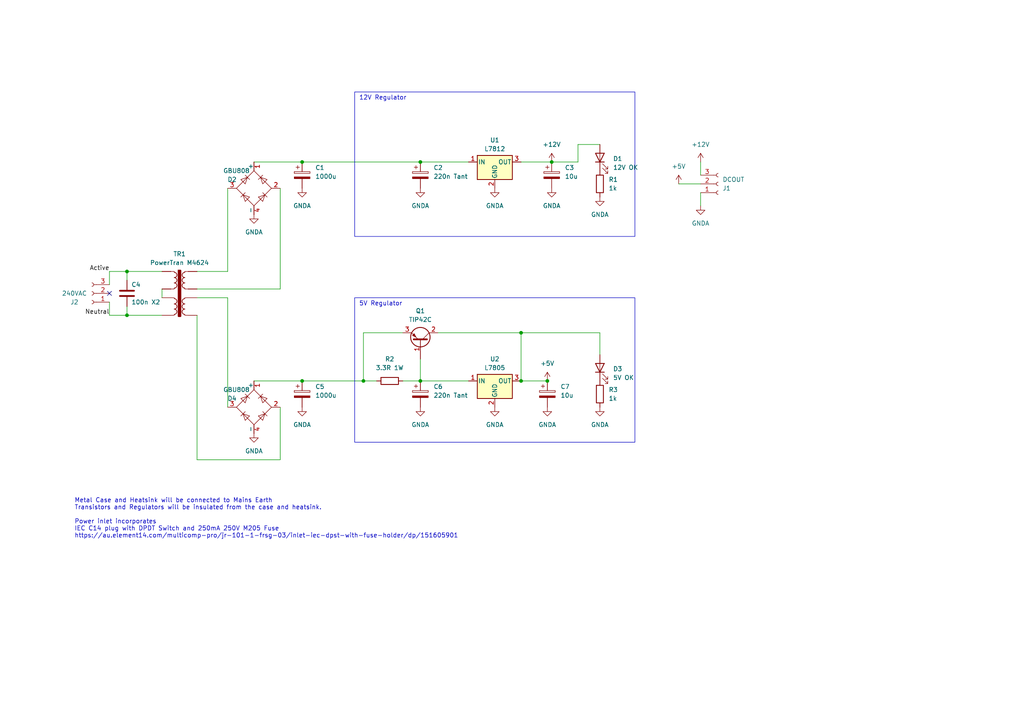
<source format=kicad_sch>
(kicad_sch (version 20230121) (generator eeschema)
  (paper "A4")
  (lib_symbols
    (symbol "Connector:Conn_01x03_Socket" (pin_names (offset 1.016) hide)
      (property "Reference" "J" (at 0 5.08 0))
      (property "Value" "Conn_01x03_Socket" (at 0 -5.08 0))
      (symbol "Conn_01x03_Socket_1_1"
        (arc (start 0 -2.032) (mid -0.5058 -2.54) (end 0 -3.048) (stroke (width 0.1524)))
        (polyline (pts (xy -1.27 -2.54) (xy -0.508 -2.54)) (stroke (width 0.1524)))
        (polyline (pts (xy -1.27 0) (xy -0.508 0)) (stroke (width 0.1524)))
        (polyline (pts (xy -1.27 2.54) (xy -0.508 2.54)) (stroke (width 0.1524)))
        (arc (start 0 0.508) (mid -0.5058 0) (end 0 -0.508) (stroke (width 0.1524)))
        (arc (start 0 3.048) (mid -0.5058 2.54) (end 0 2.032) (stroke (width 0.1524)))
        (pin passive line (at -5.08 2.54 0) (length 3.81) (name "Pin_1") (number "1"))
        (pin passive line (at -5.08 0 0) (length 3.81) (name "Pin_2") (number "2"))
        (pin passive line (at -5.08 -2.54 0) (length 3.81) (name "Pin_3") (number "3"))
      )
    )
    (symbol "Device:C" (pin_numbers hide) (pin_names (offset 0.254))
      (property "Reference" "C" (at 0.635 2.54 0))
      (property "Value" "C" (at 0.635 -2.54 0))
      (symbol "C_0_1"
        (polyline (pts (xy -2.032 -0.762) (xy 2.032 -0.762)) (stroke (width 0.508)))
        (polyline (pts (xy -2.032 0.762) (xy 2.032 0.762)) (stroke (width 0.508)))
      )
      (symbol "C_1_1"
        (pin passive line (at 0 3.81 270) (length 2.794) (name "~") (number "1"))
        (pin passive line (at 0 -3.81 90) (length 2.794) (name "~") (number "2"))
      )
    )
    (symbol "Device:C_Polarized" (pin_numbers hide) (pin_names (offset 0.254))
      (property "Reference" "C" (at 0.635 2.54 0))
      (property "Value" "C_Polarized" (at 0.635 -2.54 0))
      (symbol "C_Polarized_0_1"
        (rectangle (start -2.286 0.508) (end 2.286 1.016))
        (polyline (pts (xy -1.778 2.286) (xy -0.762 2.286)))
        (polyline (pts (xy -1.27 2.794) (xy -1.27 1.778)))
        (rectangle (start 2.286 -0.508) (end -2.286 -1.016) (fill (type outline)))
      )
      (symbol "C_Polarized_1_1"
        (pin passive line (at 0 3.81 270) (length 2.794) (name "~") (number "1"))
        (pin passive line (at 0 -3.81 90) (length 2.794) (name "~") (number "2"))
      )
    )
    (symbol "Device:LED" (pin_numbers hide) (pin_names (offset 1.016) hide)
      (property "Reference" "D" (at 0 2.54 0))
      (property "Value" "LED" (at 0 -2.54 0))
      (symbol "LED_0_1"
        (polyline (pts (xy -1.27 -1.27) (xy -1.27 1.27)) (stroke (width 0.254)))
        (polyline (pts (xy -1.27 0) (xy 1.27 0)))
        (polyline (pts (xy 1.27 -1.27) (xy 1.27 1.27) (xy -1.27 0) (xy 1.27 -1.27)) (stroke (width 0.254)))
        (polyline (pts (xy -3.048 -0.762) (xy -4.572 -2.286) (xy -3.81 -2.286) (xy -4.572 -2.286) (xy -4.572 -1.524)))
        (polyline (pts (xy -1.778 -0.762) (xy -3.302 -2.286) (xy -2.54 -2.286) (xy -3.302 -2.286) (xy -3.302 -1.524)))
      )
      (symbol "LED_1_1"
        (pin passive line (at -3.81 0 0) (length 2.54) (name "K") (number "1"))
        (pin passive line (at 3.81 0 180) (length 2.54) (name "A") (number "2"))
      )
    )
    (symbol "Device:R" (pin_numbers hide) (pin_names (offset 0))
      (property "Reference" "R" (at 2.032 0 90))
      (property "Value" "R" (at 0 0 90))
      (symbol "R_0_1"
        (rectangle (start -1.016 -2.54) (end 1.016 2.54) (stroke (width 0.254)))
      )
      (symbol "R_1_1"
        (pin passive line (at 0 3.81 270) (length 1.27) (name "~") (number "1"))
        (pin passive line (at 0 -3.81 90) (length 1.27) (name "~") (number "2"))
      )
    )
    (symbol "Diode_Bridge:GBU8M" (pin_names (offset 0))
      (property "Reference" "D" (at 2.54 6.985 0))
      (property "Value" "GBU8M" (at 2.54 5.08 0))
      (symbol "GBU8M_0_1"
        (polyline (pts (xy -2.54 3.81) (xy -1.27 2.54)))
        (polyline (pts (xy -1.27 -2.54) (xy -2.54 -3.81)))
        (polyline (pts (xy 2.54 -1.27) (xy 3.81 -2.54)))
        (polyline (pts (xy 2.54 1.27) (xy 3.81 2.54)))
        (polyline (pts (xy -3.81 2.54) (xy -2.54 1.27) (xy -1.905 3.175) (xy -3.81 2.54)))
        (polyline (pts (xy -2.54 -1.27) (xy -3.81 -2.54) (xy -1.905 -3.175) (xy -2.54 -1.27)))
        (polyline (pts (xy 1.27 2.54) (xy 2.54 3.81) (xy 3.175 1.905) (xy 1.27 2.54)))
        (polyline (pts (xy 3.175 -1.905) (xy 1.27 -2.54) (xy 2.54 -3.81) (xy 3.175 -1.905)))
        (polyline (pts (xy -5.08 0) (xy 0 -5.08) (xy 5.08 0) (xy 0 5.08) (xy -5.08 0)))
      )
      (symbol "GBU8M_1_1"
        (pin passive line (at 7.62 0 180) (length 2.54) (name "+") (number "1"))
        (pin passive line (at 0 -7.62 90) (length 2.54) (name "~") (number "2"))
        (pin passive line (at 0 7.62 270) (length 2.54) (name "~") (number "3"))
        (pin passive line (at -7.62 0 0) (length 2.54) (name "-") (number "4"))
      )
    )
    (symbol "Regulator_Linear:L7805" (pin_names (offset 0.254))
      (property "Reference" "U" (at -3.81 3.175 0))
      (property "Value" "L7805" (at 0 3.175 0))
      (symbol "L7805_0_1"
        (rectangle (start -5.08 1.905) (end 5.08 -5.08) (stroke (width 0.254)) (fill (type background)))
      )
      (symbol "L7805_1_1"
        (pin power_in line (at -7.62 0 0) (length 2.54) (name "IN") (number "1"))
        (pin power_in line (at 0 -7.62 90) (length 2.54) (name "GND") (number "2"))
        (pin power_out line (at 7.62 0 180) (length 2.54) (name "OUT") (number "3"))
      )
    )
    (symbol "Regulator_Linear:L7812" (pin_names (offset 0.254))
      (property "Reference" "U" (at -3.81 3.175 0))
      (property "Value" "L7812" (at 0 3.175 0))
      (symbol "L7812_0_1"
        (rectangle (start -5.08 1.905) (end 5.08 -5.08) (stroke (width 0.254)) (fill (type background)))
      )
      (symbol "L7812_1_1"
        (pin power_in line (at -7.62 0 0) (length 2.54) (name "IN") (number "1"))
        (pin power_in line (at 0 -7.62 90) (length 2.54) (name "GND") (number "2"))
        (pin power_out line (at 7.62 0 180) (length 2.54) (name "OUT") (number "3"))
      )
    )
    (symbol "Transformer:TRANSF6" (pin_numbers hide) (pin_names (offset 0))
      (property "Reference" "TR" (at 0 10.16 0))
      (property "Value" "TRANSF6" (at 0 -7.62 0))
      (symbol "TRANSF6_0_1"
        (arc (start -1.524 -4.826) (mid -0.7653 -4.064) (end -1.524 -3.302) (stroke (width 0.2032)))
        (arc (start -1.524 -3.302) (mid -0.7653 -2.54) (end -1.524 -1.778) (stroke (width 0.2032)))
        (arc (start -1.524 -1.778) (mid -0.7653 -1.016) (end -1.524 -0.254) (stroke (width 0.2032)))
        (arc (start -1.524 2.794) (mid -0.7653 3.556) (end -1.524 4.318) (stroke (width 0.2032)))
        (arc (start -1.524 4.318) (mid -0.7653 5.08) (end -1.524 5.842) (stroke (width 0.2032)))
        (arc (start -1.524 5.842) (mid -0.7653 6.604) (end -1.524 7.366) (stroke (width 0.2032)))
        (rectangle (start -0.254 7.874) (end 0.254 -5.334) (stroke (width 0.508)) (fill (type outline)))
        (polyline (pts (xy 1.524 -4.826) (xy 1.524 -5.08) (xy 1.524 -5.08)) (fill (type outline)))
        (polyline (pts (xy 1.524 0) (xy 1.524 -0.254) (xy 1.524 -0.254)) (fill (type outline)))
        (polyline (pts (xy 1.524 0) (xy 2.54 0) (xy 2.54 0)))
        (polyline (pts (xy 1.524 2.54) (xy 1.524 2.794) (xy 1.524 2.794)) (fill (type outline)))
        (polyline (pts (xy 1.524 2.54) (xy 2.54 2.54) (xy 2.54 2.54)))
        (polyline (pts (xy 1.524 7.62) (xy 1.524 7.366) (xy 1.524 7.366)) (fill (type outline)))
        (polyline (pts (xy 1.524 7.62) (xy 2.54 7.62) (xy 2.54 7.62)))
        (polyline (pts (xy 2.54 -5.08) (xy 1.524 -5.08) (xy 1.524 -5.08)))
        (polyline (pts (xy -1.524 -4.826) (xy -1.524 -5.08) (xy -2.54 -5.08) (xy -2.54 -5.08)))
        (polyline (pts (xy -1.524 -0.254) (xy -1.524 0) (xy -2.54 0) (xy -2.54 0)))
        (polyline (pts (xy -1.524 2.794) (xy -1.524 2.54) (xy -2.54 2.54) (xy -2.54 2.54)))
        (polyline (pts (xy -1.524 7.366) (xy -1.524 7.62) (xy -2.54 7.62) (xy -2.54 7.62)))
        (arc (start 1.524 -3.302) (mid 0.7653 -4.064) (end 1.524 -4.826) (stroke (width 0.2032)))
        (arc (start 1.524 -1.778) (mid 0.7653 -2.54) (end 1.524 -3.302) (stroke (width 0.2032)))
        (arc (start 1.524 -0.254) (mid 0.7653 -1.016) (end 1.524 -1.778) (stroke (width 0.2032)))
        (arc (start 1.524 4.318) (mid 0.7653 3.556) (end 1.524 2.794) (stroke (width 0.2032)))
        (arc (start 1.524 5.842) (mid 0.7653 5.08) (end 1.524 4.318) (stroke (width 0.2032)))
        (arc (start 1.524 7.366) (mid 0.7653 6.604) (end 1.524 5.842) (stroke (width 0.2032)))
      )
      (symbol "TRANSF6_1_1"
        (pin passive line (at -5.08 7.62 0) (length 2.54) (name "~") (number "1"))
        (pin passive line (at -5.08 2.54 0) (length 2.54) (name "~") (number "2"))
        (pin passive line (at -5.08 0 0) (length 2.54) (name "~") (number "3"))
        (pin passive line (at -5.08 -5.08 0) (length 2.54) (name "~") (number "4"))
        (pin passive line (at 5.08 -5.08 180) (length 2.54) (name "~") (number "5"))
        (pin passive line (at 5.08 0 180) (length 2.54) (name "~") (number "6"))
        (pin passive line (at 5.08 2.54 180) (length 2.54) (name "~") (number "7"))
        (pin passive line (at 5.08 7.62 180) (length 2.54) (name "~") (number "8"))
      )
    )
    (symbol "Transistor_BJT:TIP42C" (pin_names (offset 0) hide)
      (property "Reference" "Q" (at 6.35 1.905 0))
      (property "Value" "TIP42C" (at 6.35 0 0))
      (symbol "TIP42C_0_1"
        (polyline (pts (xy 0.635 0.635) (xy 2.54 2.54)))
        (polyline (pts (xy 0.635 -0.635) (xy 2.54 -2.54) (xy 2.54 -2.54)))
        (polyline (pts (xy 0.635 1.905) (xy 0.635 -1.905) (xy 0.635 -1.905)) (stroke (width 0.508)))
        (polyline (pts (xy 2.286 -1.778) (xy 1.778 -2.286) (xy 1.27 -1.27) (xy 2.286 -1.778) (xy 2.286 -1.778)) (fill (type outline)))
        (circle (center 1.27 0) (radius 2.8194) (stroke (width 0.254)))
      )
      (symbol "TIP42C_1_1"
        (pin input line (at -5.08 0 0) (length 5.715) (name "B") (number "1"))
        (pin passive line (at 2.54 5.08 270) (length 2.54) (name "C") (number "2"))
        (pin passive line (at 2.54 -5.08 90) (length 2.54) (name "E") (number "3"))
      )
    )
    (symbol "power:+12V" (power) (pin_names (offset 0))
      (property "Value" "+12V" (at 0 3.556 0))
      (symbol "+12V_0_1"
        (polyline (pts (xy -0.762 1.27) (xy 0 2.54)))
        (polyline (pts (xy 0 0) (xy 0 2.54)))
        (polyline (pts (xy 0 2.54) (xy 0.762 1.27)))
      )
      (symbol "+12V_1_1"
        (pin power_in line (at 0 0 90) (length 0) hide (name "+12V") (number "1"))
      )
    )
    (symbol "power:+5V" (power) (pin_names (offset 0))
      (property "Value" "+5V" (at 0 3.556 0))
      (symbol "+5V_0_1"
        (polyline (pts (xy -0.762 1.27) (xy 0 2.54)))
        (polyline (pts (xy 0 0) (xy 0 2.54)))
        (polyline (pts (xy 0 2.54) (xy 0.762 1.27)))
      )
      (symbol "+5V_1_1"
        (pin power_in line (at 0 0 90) (length 0) hide (name "+5V") (number "1"))
      )
    )
    (symbol "power:GNDA" (power) (pin_names (offset 0))
      (property "Value" "GNDA" (at 0 -3.81 0))
      (symbol "GNDA_0_1"
        (polyline (pts (xy 0 0) (xy 0 -1.27) (xy 1.27 -1.27) (xy 0 -2.54) (xy -1.27 -1.27) (xy 0 -1.27)))
      )
      (symbol "GNDA_1_1"
        (pin power_in line (at 0 0 270) (length 0) hide (name "GNDA") (number "1"))
      )
    )
  )
  (junction (at 151.13 110.49))
  (junction (at 105.41 110.49))
  (junction (at 160.02 46.99))
  (junction (at 36.83 78.74))
  (junction (at 158.75 110.49))
  (junction (at 151.13 96.52))
  (junction (at 121.92 110.49))
  (junction (at 87.63 110.49))
  (junction (at 36.83 91.44))
  (junction (at 87.63 46.99))
  (junction (at 121.92 46.99))
  (no_connect (at 31.75 85.09))
  (wire (pts (xy 81.28 83.82) (xy 57.15 83.82)))
  (wire (pts (xy 57.15 86.36) (xy 66.04 86.36)))
  (wire (pts (xy 87.63 110.49) (xy 105.41 110.49)))
  (wire (pts (xy 87.63 46.99) (xy 121.92 46.99)))
  (wire (pts (xy 66.04 86.36) (xy 66.04 118.11)))
  (wire (pts (xy 173.99 41.91) (xy 167.64 41.91)))
  (wire (pts (xy 105.41 96.52) (xy 116.84 96.52)))
  (wire (pts (xy 36.83 88.9) (xy 36.83 91.44)))
  (wire (pts (xy 46.99 83.82) (xy 46.99 86.36)))
  (wire (pts (xy 73.66 110.49) (xy 87.63 110.49)))
  (wire (pts (xy 116.84 110.49) (xy 121.92 110.49)))
  (wire (pts (xy 81.28 54.61) (xy 81.28 83.82)))
  (wire (pts (xy 167.64 41.91) (xy 167.64 46.99)))
  (wire (pts (xy 105.41 96.52) (xy 105.41 110.49)))
  (wire (pts (xy 151.13 46.99) (xy 160.02 46.99)))
  (wire (pts (xy 36.83 91.44) (xy 46.99 91.44)))
  (wire (pts (xy 36.83 78.74) (xy 36.83 81.28)))
  (wire (pts (xy 31.75 87.63) (xy 31.75 91.44)))
  (wire (pts (xy 57.15 133.35) (xy 81.28 133.35)))
  (wire (pts (xy 151.13 110.49) (xy 158.75 110.49)))
  (wire (pts (xy 173.99 102.87) (xy 173.99 96.52)))
  (wire (pts (xy 31.75 78.74) (xy 31.75 82.55)))
  (wire (pts (xy 151.13 96.52) (xy 151.13 110.49)))
  (wire (pts (xy 203.2 46.99) (xy 203.2 50.8)))
  (wire (pts (xy 121.92 46.99) (xy 135.89 46.99)))
  (wire (pts (xy 66.04 54.61) (xy 66.04 78.74)))
  (wire (pts (xy 73.66 46.99) (xy 87.63 46.99)))
  (wire (pts (xy 57.15 91.44) (xy 57.15 133.35)))
  (wire (pts (xy 127 96.52) (xy 151.13 96.52)))
  (wire (pts (xy 121.92 110.49) (xy 135.89 110.49)))
  (wire (pts (xy 81.28 133.35) (xy 81.28 118.11)))
  (wire (pts (xy 105.41 110.49) (xy 109.22 110.49)))
  (wire (pts (xy 31.75 91.44) (xy 36.83 91.44)))
  (wire (pts (xy 31.75 78.74) (xy 36.83 78.74)))
  (wire (pts (xy 121.92 104.14) (xy 121.92 110.49)))
  (wire (pts (xy 173.99 96.52) (xy 151.13 96.52)))
  (wire (pts (xy 36.83 78.74) (xy 46.99 78.74)))
  (wire (pts (xy 196.85 53.34) (xy 203.2 53.34)))
  (wire (pts (xy 203.2 55.88) (xy 203.2 59.69)))
  (wire (pts (xy 66.04 78.74) (xy 57.15 78.74)))
  (wire (pts (xy 167.64 46.99) (xy 160.02 46.99)))
  (rectangle (start 102.87 26.67) (end 184.15 68.58))
  (rectangle (start 102.87 86.36) (end 184.15 128.27))
  (text "Metal Case and Heatsink will be connected to Mains Earth\nTransistors and Regulators will be insulated from the case and heatsink.\n\nPower inlet incorporates\nIEC C14 plug with DPDT Switch and 250mA 250V M205 Fuse\nhttps://au.element14.com/multicomp-pro/jr-101-1-frsg-03/inlet-iec-dpst-with-fuse-holder/dp/151605901" (at 21.59 156.21 0) (effects (font (size 1.27 1.27)) (justify left bottom)))
  (text "12V Regulator" (at 104.14 29.21 0) (effects (font (size 1.27 1.27)) (justify left bottom)))
  (text "5V Regulator" (at 104.14 88.9 0) (effects (font (size 1.27 1.27)) (justify left bottom)))
  (label "Active" (at 31.75 78.74 180))
  (label "Neutral" (at 31.75 91.44 180))
  (symbol (lib_id "Device:R") (at 173.99 114.3 0) (unit 1)
    (property "Reference" "R3" (at 176.53 113.03 0) (effects (justify left)))
    (property "Value" "1k" (at 176.53 115.57 0) (effects (justify left)))
    (property "Footprint" "Resistor_SMD:R_0805_2012Metric" (effects hide))
  )
  (symbol (lib_id "power:+12V") (at 203.2 46.99 0) (unit 1)
    (property "Reference" "#PWR02" (effects hide))
    (property "Value" "+12V" (at 203.2 41.91 0))
  )
  (symbol (lib_id "Connector:Conn_01x03_Socket") (at 26.67 85.09 180) (unit 1)
    (property "Reference" "J2" (at 21.59 87.63 0))
    (property "Value" "240VAC" (at 21.59 85.09 0))
    (property "Footprint" "Connector_Molex:Molex_KK-396_5273-03A_1x03_P3.96mm_Vertical" (effects hide))
  )
  (symbol (lib_id "power:+5V") (at 196.85 53.34 0) (unit 1)
    (property "Reference" "#PWR03" (effects hide))
    (property "Value" "+5V" (at 196.85 48.26 0))
  )
  (symbol (lib_id "power:GNDA") (at 73.66 62.23 0) (unit 1)
    (property "Reference" "#PWR010" (effects hide))
    (property "Value" "GNDA" (at 73.66 67.31 0))
  )
  (symbol (lib_id "Transformer:TRANSF6") (at 52.07 86.36 0) (unit 1)
    (property "Reference" "TR1" (at 52.07 73.66 0))
    (property "Value" "PowerTran M4624" (at 52.07 76.2 0))
    (property "Footprint" "LanaganV2:PowerTran M4624" (effects hide))
  )
  (symbol (lib_id "Device:C_Polarized") (at 158.75 114.3 0) (unit 1)
    (property "Reference" "C7" (at 162.56 112.141 0) (effects (justify left)))
    (property "Value" "10u" (at 162.56 114.681 0) (effects (justify left)))
    (property "Footprint" "Capacitor_SMD:CP_Elec_5x5.7" (effects hide))
  )
  (symbol (lib_id "Regulator_Linear:L7805") (at 143.51 110.49 0) (unit 1)
    (property "Reference" "U2" (at 143.51 104.14 0))
    (property "Value" "L7805" (at 143.51 106.68 0))
    (property "Footprint" "Package_TO_SOT_THT:TO-220-3_Vertical" (effects hide))
    (property "Datasheet" "http://www.st.com/content/ccc/resource/technical/document/datasheet/41/4f/b3/b0/12/d4/47/88/CD00000444.pdf/files/CD00000444.pdf/jcr:content/translations/en.CD00000444.pdf" (effects hide))
  )
  (symbol (lib_id "Diode_Bridge:GBU8M") (at 73.66 54.61 90) (unit 1)
    (property "Reference" "D2" (at 67.31 52.07 90))
    (property "Value" "GBU808" (at 68.58 49.53 90))
    (property "Footprint" "Diode_THT:Diode_Bridge_Vishay_GBU" (effects hide))
    (property "Datasheet" "http://www.vishay.com/docs/88656/gbu8a.pdf" (effects hide))
  )
  (symbol (lib_id "power:GNDA") (at 87.63 54.61 0) (unit 1)
    (property "Reference" "#PWR04" (effects hide))
    (property "Value" "GNDA" (at 87.63 59.69 0))
  )
  (symbol (lib_id "power:GNDA") (at 87.63 118.11 0) (unit 1)
    (property "Reference" "#PWR012" (effects hide))
    (property "Value" "GNDA" (at 87.63 123.19 0))
  )
  (symbol (lib_id "Device:C_Polarized") (at 87.63 50.8 0) (unit 1)
    (property "Reference" "C1" (at 91.44 48.641 0) (effects (justify left)))
    (property "Value" "1000u" (at 91.44 51.181 0) (effects (justify left)))
    (property "Footprint" "Capacitor_THT:CP_Radial_D13.0mm_P5.00mm" (effects hide))
  )
  (symbol (lib_id "Device:C_Polarized") (at 160.02 50.8 0) (unit 1)
    (property "Reference" "C3" (at 163.83 48.641 0) (effects (justify left)))
    (property "Value" "10u" (at 163.83 51.181 0) (effects (justify left)))
    (property "Footprint" "Capacitor_SMD:CP_Elec_5x5.7" (effects hide))
  )
  (symbol (lib_id "power:GNDA") (at 121.92 54.61 0) (unit 1)
    (property "Reference" "#PWR05" (effects hide))
    (property "Value" "GNDA" (at 121.92 59.69 0))
  )
  (symbol (lib_id "Connector:Conn_01x03_Socket") (at 208.28 53.34 0) (mirror x) (unit 1)
    (property "Reference" "J1" (at 209.55 54.61 0) (effects (justify left)))
    (property "Value" "DCOUT" (at 209.55 52.07 0) (effects (justify left)))
    (property "Footprint" "LanaganV2:ScrewTermConnector 1x3" (effects hide))
  )
  (symbol (lib_id "power:GNDA") (at 203.2 59.69 0) (unit 1)
    (property "Reference" "#PWR09" (effects hide))
    (property "Value" "GNDA" (at 203.2 64.77 0))
  )
  (symbol (lib_id "power:GNDA") (at 173.99 57.15 0) (unit 1)
    (property "Reference" "#PWR08" (effects hide))
    (property "Value" "GNDA" (at 173.99 62.23 0))
  )
  (symbol (lib_id "Regulator_Linear:L7812") (at 143.51 46.99 0) (unit 1)
    (property "Reference" "U1" (at 143.51 40.64 0))
    (property "Value" "L7812" (at 143.51 43.18 0))
    (property "Footprint" "Package_TO_SOT_THT:TO-220-3_Vertical" (effects hide))
    (property "Datasheet" "http://www.st.com/content/ccc/resource/technical/document/datasheet/41/4f/b3/b0/12/d4/47/88/CD00000444.pdf/files/CD00000444.pdf/jcr:content/translations/en.CD00000444.pdf" (effects hide))
  )
  (symbol (lib_id "Device:R") (at 173.99 53.34 0) (unit 1)
    (property "Reference" "R1" (at 176.53 52.07 0) (effects (justify left)))
    (property "Value" "1k" (at 176.53 54.61 0) (effects (justify left)))
    (property "Footprint" "Resistor_SMD:R_0805_2012Metric" (effects hide))
  )
  (symbol (lib_id "Device:LED") (at 173.99 106.68 90) (unit 1)
    (property "Reference" "D3" (at 177.8 106.9975 90) (effects (justify right)))
    (property "Value" "5V OK" (at 177.8 109.5375 90) (effects (justify right)))
    (property "Footprint" "LED_SMD:LED_0805_2012Metric" (effects hide))
  )
  (symbol (lib_id "Device:C_Polarized") (at 87.63 114.3 0) (unit 1)
    (property "Reference" "C5" (at 91.44 112.141 0) (effects (justify left)))
    (property "Value" "1000u" (at 91.44 114.681 0) (effects (justify left)))
    (property "Footprint" "Capacitor_THT:CP_Radial_D13.0mm_P5.00mm" (effects hide))
  )
  (symbol (lib_id "Device:C_Polarized") (at 121.92 50.8 0) (unit 1)
    (property "Reference" "C2" (at 125.73 48.641 0) (effects (justify left)))
    (property "Value" "220n Tant" (at 125.73 51.181 0) (effects (justify left)))
    (property "Footprint" "Capacitor_Tantalum_SMD:CP_EIA-3216-18_Kemet-A" (effects hide))
  )
  (symbol (lib_id "Diode_Bridge:GBU8M") (at 73.66 118.11 90) (unit 1)
    (property "Reference" "D4" (at 67.31 115.57 90))
    (property "Value" "GBU808" (at 68.58 113.03 90))
    (property "Footprint" "Diode_THT:Diode_Bridge_Vishay_GBU" (effects hide))
    (property "Datasheet" "http://www.vishay.com/docs/88656/gbu8a.pdf" (effects hide))
  )
  (symbol (lib_id "power:GNDA") (at 158.75 118.11 0) (unit 1)
    (property "Reference" "#PWR015" (effects hide))
    (property "Value" "GNDA" (at 158.75 123.19 0))
  )
  (symbol (lib_id "Device:R") (at 113.03 110.49 90) (unit 1)
    (property "Reference" "R2" (at 113.03 104.14 90))
    (property "Value" "3.3R 1W" (at 113.03 106.68 90))
    (property "Footprint" "Resistor_SMD:R_2512_6332Metric" (effects hide))
  )
  (symbol (lib_id "power:GNDA") (at 173.99 118.11 0) (unit 1)
    (property "Reference" "#PWR016" (effects hide))
    (property "Value" "GNDA" (at 173.99 123.19 0))
  )
  (symbol (lib_id "Device:C_Polarized") (at 121.92 114.3 0) (unit 1)
    (property "Reference" "C6" (at 125.73 112.141 0) (effects (justify left)))
    (property "Value" "220n Tant" (at 125.73 114.681 0) (effects (justify left)))
    (property "Footprint" "Capacitor_Tantalum_SMD:CP_EIA-3216-18_Kemet-A" (effects hide))
  )
  (symbol (lib_id "power:+5V") (at 158.75 110.49 0) (unit 1)
    (property "Reference" "#PWR011" (effects hide))
    (property "Value" "+5V" (at 158.75 105.41 0))
  )
  (symbol (lib_id "Transistor_BJT:TIP42C") (at 121.92 99.06 270) (mirror x) (unit 1)
    (property "Reference" "Q1" (at 121.92 90.17 90))
    (property "Value" "TIP42C" (at 121.92 92.71 90))
    (property "Footprint" "Package_TO_SOT_THT:TO-220-3_Vertical" (effects hide))
    (property "Datasheet" "https://www.centralsemi.com/get_document.php?cmp=1&mergetype=pd&mergepath=pd&pdf_id=TIP42.PDF" (effects hide))
  )
  (symbol (lib_id "power:GNDA") (at 143.51 118.11 0) (unit 1)
    (property "Reference" "#PWR014" (effects hide))
    (property "Value" "GNDA" (at 143.51 123.19 0))
  )
  (symbol (lib_id "power:GNDA") (at 143.51 54.61 0) (unit 1)
    (property "Reference" "#PWR06" (effects hide))
    (property "Value" "GNDA" (at 143.51 59.69 0))
  )
  (symbol (lib_id "Device:LED") (at 173.99 45.72 90) (unit 1)
    (property "Reference" "D1" (at 177.8 46.0375 90) (effects (justify right)))
    (property "Value" "12V OK" (at 177.8 48.5775 90) (effects (justify right)))
    (property "Footprint" "LED_SMD:LED_0805_2012Metric" (effects hide))
  )
  (symbol (lib_id "Device:C") (at 36.83 85.09 0) (unit 1)
    (property "Reference" "C4" (at 38.1 82.55 0) (effects (justify left)))
    (property "Value" "100n X2" (at 38.1 87.63 0) (effects (justify left)))
    (property "Footprint" "Capacitor_THT:C_Rect_L18.0mm_W5.0mm_P15.00mm_FKS3_FKP3" (effects hide))
  )
  (symbol (lib_id "power:GNDA") (at 160.02 54.61 0) (unit 1)
    (property "Reference" "#PWR07" (effects hide))
    (property "Value" "GNDA" (at 160.02 59.69 0))
  )
  (symbol (lib_id "power:GNDA") (at 73.66 125.73 0) (unit 1)
    (property "Reference" "#PWR017" (effects hide))
    (property "Value" "GNDA" (at 73.66 130.81 0))
  )
  (symbol (lib_id "power:+12V") (at 160.02 46.99 0) (unit 1)
    (property "Reference" "#PWR01" (effects hide))
    (property "Value" "+12V" (at 160.02 41.91 0))
  )
  (symbol (lib_id "power:GNDA") (at 121.92 118.11 0) (unit 1)
    (property "Reference" "#PWR013" (effects hide))
    (property "Value" "GNDA" (at 121.92 123.19 0))
  )
)
</source>
